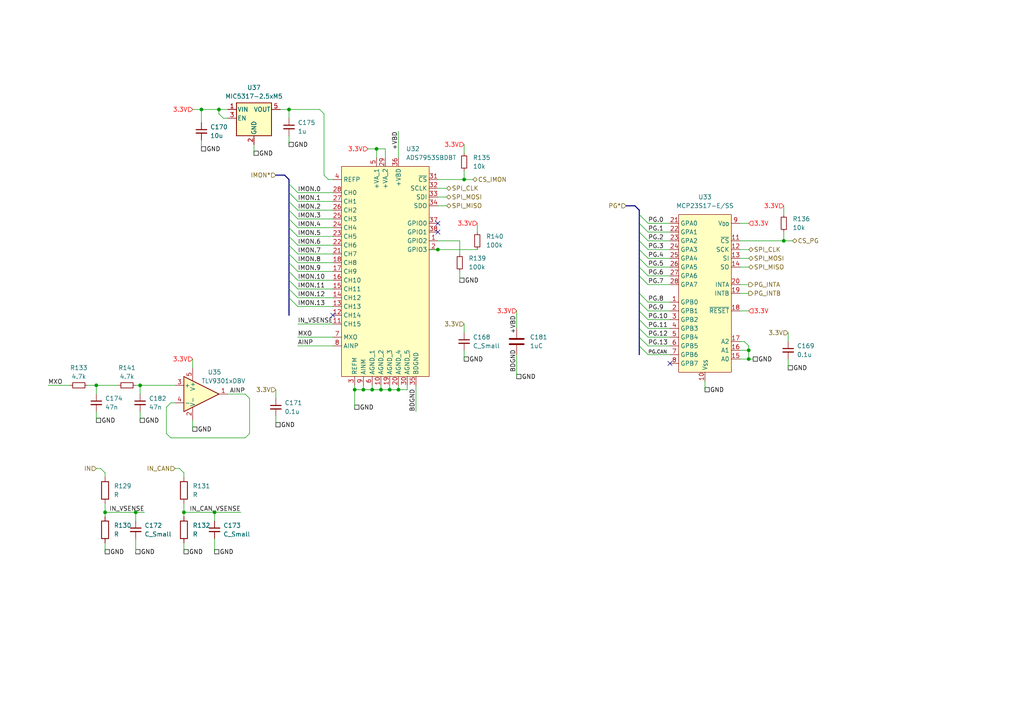
<source format=kicad_sch>
(kicad_sch (version 20231120) (generator "eeschema") (generator_version "8.0")
  (paper "A4")
  (lib_symbols
    (symbol "Amplifier_Operational:TLV9301xDBV" (pin_names (offset 0.127))
      (property "Reference" "U" (at -1.27 6.35 0))
      (property "Value" "TLV9301xDBV" (at -1.27 3.81 0))
      (symbol "TLV9301xDBV_0_1"
        (polyline (pts (xy -5.08 5.08) (xy 5.08 0) (xy -5.08 -5.08) (xy -5.08 5.08)) (stroke (width 0.254)) (fill (type background)))
        (pin power_in line (at -2.54 -7.62 90) (length 3.81) (name "V-") (number "2"))
        (pin power_in line (at -2.54 7.62 270) (length 3.81) (name "V+") (number "5"))
      )
      (symbol "TLV9301xDBV_1_1"
        (pin output line (at 7.62 0 180) (length 2.54) (name "~") (number "1"))
        (pin input line (at -7.62 2.54 0) (length 2.54) (name "+") (number "3"))
        (pin input line (at -7.62 -2.54 0) (length 2.54) (name "-") (number "4"))
      )
    )
    (symbol "Device:C" (pin_numbers hide) (pin_names (offset 0.254))
      (property "Reference" "C" (at 0.635 2.54 0))
      (property "Value" "C" (at 0.635 -2.54 0))
      (symbol "C_0_1"
        (polyline (pts (xy -2.032 -0.762) (xy 2.032 -0.762)) (stroke (width 0.508)))
        (polyline (pts (xy -2.032 0.762) (xy 2.032 0.762)) (stroke (width 0.508)))
      )
      (symbol "C_1_1"
        (pin passive line (at 0 3.81 270) (length 2.794) (name "~") (number "1"))
        (pin passive line (at 0 -3.81 90) (length 2.794) (name "~") (number "2"))
      )
    )
    (symbol "Device:C_Small" (pin_numbers hide) (pin_names (offset 0.254) hide)
      (property "Reference" "C" (at 0.254 1.778 0))
      (property "Value" "C_Small" (at 0.254 -2.032 0))
      (symbol "C_Small_0_1"
        (polyline (pts (xy -1.524 -0.508) (xy 1.524 -0.508)) (stroke (width 0.3302)))
        (polyline (pts (xy -1.524 0.508) (xy 1.524 0.508)) (stroke (width 0.3048)))
      )
      (symbol "C_Small_1_1"
        (pin passive line (at 0 2.54 270) (length 2.032) (name "~") (number "1"))
        (pin passive line (at 0 -2.54 90) (length 2.032) (name "~") (number "2"))
      )
    )
    (symbol "Device:R" (pin_numbers hide) (pin_names (offset 0))
      (property "Reference" "R" (at 2.032 0 90))
      (property "Value" "R" (at 0 0 90))
      (symbol "R_0_1"
        (rectangle (start -1.016 -2.54) (end 1.016 2.54) (stroke (width 0.254)))
      )
      (symbol "R_1_1"
        (pin passive line (at 0 3.81 270) (length 1.27) (name "~") (number "1"))
        (pin passive line (at 0 -3.81 90) (length 1.27) (name "~") (number "2"))
      )
    )
    (symbol "Device:R_Small" (pin_numbers hide) (pin_names (offset 0.254) hide)
      (property "Reference" "R" (at 0.762 0.508 0))
      (property "Value" "R_Small" (at 0.762 -1.016 0))
      (symbol "R_Small_0_1"
        (rectangle (start -0.762 1.778) (end 0.762 -1.778) (stroke (width 0.2032)))
      )
      (symbol "R_Small_1_1"
        (pin passive line (at 0 2.54 270) (length 0.762) (name "~") (number "1"))
        (pin passive line (at 0 -2.54 90) (length 0.762) (name "~") (number "2"))
      )
    )
    (symbol "PowerDistributionUnitLib:ADS7953SBDBT"
      (property "Reference" "U" (at -11.43 31.496 0))
      (property "Value" "ADS7953SBDBT" (at 12.7 31.496 0))
      (symbol "ADS7953SBDBT_1_1"
        (rectangle (start -12.7 30.48) (end 12.7 -30.48) (fill (type background)))
        (pin input line (at 15.24 8.89 180) (length 2.54) (name "GPIO2") (number "1"))
        (pin input line (at -1.27 -33.02 90) (length 2.54) (name "AGND_2") (number "10"))
        (pin input line (at -15.24 -15.24 0) (length 2.54) (name "CH15") (number "11"))
        (pin input line (at -15.24 -12.7 0) (length 2.54) (name "CH14") (number "12"))
        (pin input line (at -15.24 -10.16 0) (length 2.54) (name "CH13") (number "13"))
        (pin input line (at -15.24 -7.62 0) (length 2.54) (name "CH12") (number "14"))
        (pin input line (at -15.24 -5.08 0) (length 2.54) (name "CH11") (number "15"))
        (pin input line (at -15.24 -2.54 0) (length 2.54) (name "CH10") (number "16"))
        (pin input line (at -15.24 0 0) (length 2.54) (name "CH9") (number "17"))
        (pin input line (at -15.24 2.54 0) (length 2.54) (name "CH8") (number "18"))
        (pin input line (at 1.27 -33.02 90) (length 2.54) (name "AGND_3") (number "19"))
        (pin input line (at 15.24 6.35 180) (length 2.54) (name "GPIO3") (number "2"))
        (pin input line (at 3.81 -33.02 90) (length 2.54) (name "AGND_4") (number "20"))
        (pin input line (at -15.24 5.08 0) (length 2.54) (name "CH7") (number "21"))
        (pin input line (at -15.24 7.62 0) (length 2.54) (name "CH6") (number "22"))
        (pin input line (at -15.24 10.16 0) (length 2.54) (name "CH5") (number "23"))
        (pin input line (at -15.24 12.7 0) (length 2.54) (name "CH4") (number "24"))
        (pin input line (at -15.24 15.24 0) (length 2.54) (name "CH3") (number "25"))
        (pin input line (at -15.24 17.78 0) (length 2.54) (name "CH2") (number "26"))
        (pin input line (at -15.24 20.32 0) (length 2.54) (name "CH1") (number "27"))
        (pin input line (at -15.24 22.86 0) (length 2.54) (name "CH0") (number "28"))
        (pin input line (at 0 33.02 270) (length 2.54) (name "+VA_2") (number "29"))
        (pin input line (at -8.89 -33.02 90) (length 2.54) (name "REFM") (number "3"))
        (pin input line (at 6.35 -33.02 90) (length 2.54) (name "AGND_5") (number "30"))
        (pin input line (at 15.24 26.67 180) (length 2.54) (name "~{CS}") (number "31"))
        (pin input line (at 15.24 24.13 180) (length 2.54) (name "SCLK") (number "32"))
        (pin input line (at 15.24 21.59 180) (length 2.54) (name "SDI") (number "33"))
        (pin input line (at 15.24 19.05 180) (length 2.54) (name "SDO") (number "34"))
        (pin input line (at 8.89 -33.02 90) (length 2.54) (name "BDGND") (number "35"))
        (pin input line (at 3.81 33.02 270) (length 2.54) (name "+VBD") (number "36"))
        (pin input line (at 15.24 13.97 180) (length 2.54) (name "GPIO0") (number "37"))
        (pin input line (at 15.24 11.43 180) (length 2.54) (name "GPIO1") (number "38"))
        (pin input line (at -15.24 26.67 0) (length 2.54) (name "REFP") (number "4"))
        (pin input line (at -2.54 33.02 270) (length 2.54) (name "+VA_1") (number "5"))
        (pin input line (at -3.81 -33.02 90) (length 2.54) (name "AGND_1") (number "6"))
        (pin input line (at -15.24 -19.05 0) (length 2.54) (name "MXO") (number "7"))
        (pin input line (at -15.24 -21.59 0) (length 2.54) (name "AINP") (number "8"))
        (pin input line (at -6.35 -33.02 90) (length 2.54) (name "AINM") (number "9"))
      )
    )
    (symbol "PowerDistributionUnitLib:MCP23S17-E/SS"
      (property "Reference" "U" (at -7.112 23.876 0))
      (property "Value" "MCP23S17-E/SS" (at 4.572 23.876 0))
      (symbol "MCP23S17-E/SS_1_1"
        (rectangle (start -7.62 22.86) (end 7.62 -22.86) (fill (type background)))
        (pin input line (at 10.16 -2.54 180) (length 2.54) (name "GPB0") (number "1"))
        (pin input line (at 0 -25.4 90) (length 2.54) (name "V_{SS}") (number "10"))
        (pin input line (at -10.16 15.24 0) (length 2.54) (name "~{CS}") (number "11"))
        (pin input line (at -10.16 12.7 0) (length 2.54) (name "SCK") (number "12"))
        (pin input line (at -10.16 10.16 0) (length 2.54) (name "SI") (number "13"))
        (pin input line (at -10.16 7.62 0) (length 2.54) (name "SO") (number "14"))
        (pin input line (at -10.16 -19.05 0) (length 2.54) (name "A0") (number "15"))
        (pin input line (at -10.16 -16.51 0) (length 2.54) (name "A1") (number "16"))
        (pin input line (at -10.16 -13.97 0) (length 2.54) (name "A2") (number "17"))
        (pin input line (at -10.16 -5.08 0) (length 2.54) (name "~{RESET}") (number "18"))
        (pin input line (at -10.16 0 0) (length 2.54) (name "INTB") (number "19"))
        (pin input line (at 10.16 -5.08 180) (length 2.54) (name "GPB1") (number "2"))
        (pin input line (at -10.16 2.54 0) (length 2.54) (name "INTA") (number "20"))
        (pin input line (at 10.16 20.32 180) (length 2.54) (name "GPA0") (number "21"))
        (pin input line (at 10.16 17.78 180) (length 2.54) (name "GPA1") (number "22"))
        (pin input line (at 10.16 15.24 180) (length 2.54) (name "GPA2") (number "23"))
        (pin input line (at 10.16 12.7 180) (length 2.54) (name "GPA3") (number "24"))
        (pin input line (at 10.16 10.16 180) (length 2.54) (name "GPA4") (number "25"))
        (pin input line (at 10.16 7.62 180) (length 2.54) (name "GPA5") (number "26"))
        (pin input line (at 10.16 5.08 180) (length 2.54) (name "GPA6") (number "27"))
        (pin input line (at 10.16 2.54 180) (length 2.54) (name "GPA7") (number "28"))
        (pin input line (at 10.16 -7.62 180) (length 2.54) (name "GPB2") (number "3"))
        (pin input line (at 10.16 -10.16 180) (length 2.54) (name "GPB3") (number "4"))
        (pin input line (at 10.16 -12.7 180) (length 2.54) (name "GPB4") (number "5"))
        (pin input line (at 10.16 -15.24 180) (length 2.54) (name "GPB5") (number "6"))
        (pin input line (at 10.16 -17.78 180) (length 2.54) (name "GPB6") (number "7"))
        (pin input line (at 10.16 -20.32 180) (length 2.54) (name "GPB7") (number "8"))
        (pin input line (at -10.16 20.32 0) (length 2.54) (name "V_{DD}") (number "9"))
      )
    )
    (symbol "Regulator_Linear:MIC5317-2.5xM5" (pin_names (offset 0.254))
      (property "Reference" "U" (at -6.35 6.35 0))
      (property "Value" "MIC5317-2.5xM5" (at 0 6.35 0))
      (symbol "MIC5317-2.5xM5_0_1"
        (rectangle (start -5.08 4.445) (end 5.08 -5.08) (stroke (width 0.254)) (fill (type background)))
      )
      (symbol "MIC5317-2.5xM5_1_1"
        (pin power_in line (at -7.62 2.54 0) (length 2.54) (name "VIN") (number "1"))
        (pin power_in line (at 0 -7.62 90) (length 2.54) (name "GND") (number "2"))
        (pin input line (at -7.62 0 0) (length 2.54) (name "EN") (number "3"))
        (pin no_connect line (at 5.08 0 180) (length 2.54) hide (name "NC") (number "4"))
        (pin power_out line (at 7.62 2.54 180) (length 2.54) (name "VOUT") (number "5"))
      )
    )
  )
  (junction (at 40.64 111.76))
  (junction (at 39.37 148.59))
  (junction (at 63.5 31.75))
  (junction (at 62.23 148.59))
  (junction (at 217.17 101.6))
  (junction (at 83.82 31.75))
  (junction (at 134.62 52.07))
  (junction (at 217.17 104.14))
  (junction (at 109.22 43.18))
  (junction (at 127 72.39))
  (junction (at 53.34 148.59))
  (junction (at 58.42 31.75))
  (junction (at 115.57 113.03))
  (junction (at 107.95 113.03))
  (junction (at 27.94 111.76))
  (junction (at 105.41 113.03))
  (junction (at 102.87 113.03))
  (junction (at 227.33 69.85))
  (junction (at 110.49 113.03))
  (junction (at 113.03 113.03))
  (junction (at 30.48 148.59))
  (no_connect (at 127 64.77))
  (no_connect (at 96.52 91.44))
  (no_connect (at 127 67.31))
  (no_connect (at 194.31 105.41))
  (bus_entry (at 185.42 97.79) (size 2.54 2.54))
  (bus_entry (at 185.42 92.71) (size 2.54 2.54))
  (bus_entry (at 83.82 60.96) (size 2.54 2.54))
  (bus_entry (at 185.42 80.01) (size 2.54 2.54))
  (bus_entry (at 83.82 63.5) (size 2.54 2.54))
  (bus_entry (at 185.42 100.33) (size 2.54 2.54))
  (bus_entry (at 185.42 62.23) (size 2.54 2.54))
  (bus_entry (at 83.82 86.36) (size 2.54 2.54))
  (bus_entry (at 185.42 67.31) (size 2.54 2.54))
  (bus_entry (at 83.82 83.82) (size 2.54 2.54))
  (bus_entry (at 185.42 64.77) (size 2.54 2.54))
  (bus_entry (at 185.42 90.17) (size 2.54 2.54))
  (bus_entry (at 83.82 53.34) (size 2.54 2.54))
  (bus_entry (at 83.82 73.66) (size 2.54 2.54))
  (bus_entry (at 83.82 66.04) (size 2.54 2.54))
  (bus_entry (at 83.82 68.58) (size 2.54 2.54))
  (bus_entry (at 185.42 77.47) (size 2.54 2.54))
  (bus_entry (at 83.82 76.2) (size 2.54 2.54))
  (bus_entry (at 185.42 95.25) (size 2.54 2.54))
  (bus_entry (at 83.82 55.88) (size 2.54 2.54))
  (bus_entry (at 185.42 87.63) (size 2.54 2.54))
  (bus_entry (at 83.82 58.42) (size 2.54 2.54))
  (bus_entry (at 185.42 72.39) (size 2.54 2.54))
  (bus_entry (at 185.42 69.85) (size 2.54 2.54))
  (bus_entry (at 185.42 74.93) (size 2.54 2.54))
  (bus_entry (at 185.42 85.09) (size 2.54 2.54))
  (bus_entry (at 83.82 71.12) (size 2.54 2.54))
  (bus_entry (at 83.82 81.28) (size 2.54 2.54))
  (bus_entry (at 83.82 78.74) (size 2.54 2.54))
  (wire (pts (xy 71.12 114.3) (xy 72.39 115.57)))
  (wire (pts (xy 83.82 31.75) (xy 92.71 31.75)))
  (wire (pts (xy 214.63 64.77) (xy 217.17 64.77)))
  (wire (pts (xy 134.62 93.98) (xy 134.62 96.52)))
  (bus (pts (xy 185.42 90.17) (xy 185.42 92.71)))
  (wire (pts (xy 25.4 111.76) (xy 27.94 111.76)))
  (wire (pts (xy 50.8 135.89) (xy 52.07 135.89)))
  (wire (pts (xy 63.5 31.75) (xy 66.04 31.75)))
  (bus (pts (xy 185.42 67.31) (xy 185.42 69.85)))
  (wire (pts (xy 86.36 81.28) (xy 96.52 81.28)))
  (wire (pts (xy 194.31 67.31) (xy 187.96 67.31)))
  (wire (pts (xy 58.42 40.64) (xy 58.42 43.18)))
  (wire (pts (xy 53.34 148.59) (xy 62.23 148.59)))
  (wire (pts (xy 55.88 104.14) (xy 55.88 106.68)))
  (wire (pts (xy 109.22 45.72) (xy 109.22 43.18)))
  (wire (pts (xy 194.31 90.17) (xy 187.96 90.17)))
  (bus (pts (xy 185.42 60.96) (xy 185.42 62.23)))
  (wire (pts (xy 214.63 72.39) (xy 217.17 72.39)))
  (wire (pts (xy 66.04 114.3) (xy 71.12 114.3)))
  (wire (pts (xy 73.66 44.45) (xy 73.66 41.91)))
  (wire (pts (xy 13.97 111.76) (xy 20.32 111.76)))
  (wire (pts (xy 71.12 127) (xy 72.39 125.73)))
  (wire (pts (xy 80.01 113.03) (xy 80.01 115.57)))
  (wire (pts (xy 217.17 101.6) (xy 217.17 104.14)))
  (wire (pts (xy 214.63 74.93) (xy 217.17 74.93)))
  (wire (pts (xy 133.35 78.74) (xy 133.35 81.28)))
  (wire (pts (xy 194.31 97.79) (xy 187.96 97.79)))
  (wire (pts (xy 95.25 52.07) (xy 96.52 52.07)))
  (wire (pts (xy 53.34 137.16) (xy 53.34 138.43)))
  (wire (pts (xy 102.87 113.03) (xy 102.87 118.11)))
  (wire (pts (xy 124.46 72.39) (xy 127 72.39)))
  (wire (pts (xy 194.31 72.39) (xy 187.96 72.39)))
  (wire (pts (xy 127 57.15) (xy 129.54 57.15)))
  (bus (pts (xy 83.82 71.12) (xy 83.82 73.66)))
  (wire (pts (xy 115.57 113.03) (xy 118.11 113.03)))
  (wire (pts (xy 80.01 120.65) (xy 80.01 123.19)))
  (wire (pts (xy 86.36 71.12) (xy 96.52 71.12)))
  (wire (pts (xy 27.94 135.89) (xy 29.21 135.89)))
  (bus (pts (xy 83.82 76.2) (xy 83.82 78.74)))
  (bus (pts (xy 82.55 50.8) (xy 83.82 52.07)))
  (wire (pts (xy 95.25 52.07) (xy 93.98 50.8)))
  (wire (pts (xy 86.36 58.42) (xy 96.52 58.42)))
  (bus (pts (xy 83.82 55.88) (xy 83.82 58.42)))
  (bus (pts (xy 83.82 63.5) (xy 83.82 66.04)))
  (wire (pts (xy 55.88 124.46) (xy 55.88 121.92)))
  (wire (pts (xy 107.95 111.76) (xy 107.95 113.03)))
  (wire (pts (xy 217.17 104.14) (xy 218.44 104.14)))
  (wire (pts (xy 194.31 77.47) (xy 187.96 77.47)))
  (wire (pts (xy 134.62 101.6) (xy 134.62 104.14)))
  (wire (pts (xy 194.31 74.93) (xy 187.96 74.93)))
  (wire (pts (xy 110.49 113.03) (xy 113.03 113.03)))
  (wire (pts (xy 120.65 119.38) (xy 120.65 111.76)))
  (wire (pts (xy 204.47 110.49) (xy 204.47 113.03)))
  (bus (pts (xy 185.42 69.85) (xy 185.42 72.39)))
  (wire (pts (xy 86.36 100.33) (xy 96.52 100.33)))
  (wire (pts (xy 86.36 78.74) (xy 96.52 78.74)))
  (wire (pts (xy 83.82 39.37) (xy 83.82 41.91)))
  (bus (pts (xy 185.42 62.23) (xy 185.42 64.77)))
  (wire (pts (xy 113.03 111.76) (xy 113.03 113.03)))
  (bus (pts (xy 185.42 85.09) (xy 185.42 87.63)))
  (wire (pts (xy 109.22 43.18) (xy 111.76 43.18)))
  (wire (pts (xy 48.26 125.73) (xy 49.53 127)))
  (wire (pts (xy 194.31 102.87) (xy 187.96 102.87)))
  (wire (pts (xy 115.57 38.1) (xy 115.57 45.72)))
  (wire (pts (xy 127 52.07) (xy 134.62 52.07)))
  (wire (pts (xy 187.96 64.77) (xy 194.31 64.77)))
  (wire (pts (xy 39.37 156.21) (xy 39.37 160.02)))
  (wire (pts (xy 30.48 148.59) (xy 39.37 148.59)))
  (bus (pts (xy 185.42 95.25) (xy 185.42 97.79)))
  (bus (pts (xy 83.82 58.42) (xy 83.82 60.96)))
  (wire (pts (xy 127 54.61) (xy 129.54 54.61)))
  (wire (pts (xy 52.07 135.89) (xy 53.34 137.16)))
  (wire (pts (xy 53.34 157.48) (xy 53.34 160.02)))
  (wire (pts (xy 215.9 99.06) (xy 217.17 100.33)))
  (wire (pts (xy 30.48 157.48) (xy 30.48 160.02)))
  (wire (pts (xy 27.94 111.76) (xy 27.94 114.3)))
  (wire (pts (xy 214.63 69.85) (xy 227.33 69.85)))
  (wire (pts (xy 83.82 31.75) (xy 83.82 34.29)))
  (wire (pts (xy 214.63 82.55) (xy 217.17 82.55)))
  (wire (pts (xy 62.23 156.21) (xy 62.23 160.02)))
  (wire (pts (xy 110.49 111.76) (xy 110.49 113.03)))
  (wire (pts (xy 39.37 148.59) (xy 41.91 148.59)))
  (wire (pts (xy 53.34 146.05) (xy 53.34 148.59)))
  (wire (pts (xy 39.37 111.76) (xy 40.64 111.76)))
  (wire (pts (xy 134.62 41.91) (xy 134.62 44.45)))
  (wire (pts (xy 39.37 148.59) (xy 39.37 151.13)))
  (wire (pts (xy 40.64 111.76) (xy 40.64 114.3)))
  (wire (pts (xy 62.23 148.59) (xy 62.23 151.13)))
  (bus (pts (xy 80.01 50.8) (xy 82.55 50.8)))
  (bus (pts (xy 185.42 74.93) (xy 185.42 77.47)))
  (wire (pts (xy 194.31 69.85) (xy 187.96 69.85)))
  (wire (pts (xy 86.36 73.66) (xy 96.52 73.66)))
  (wire (pts (xy 30.48 146.05) (xy 30.48 148.59)))
  (wire (pts (xy 86.36 68.58) (xy 96.52 68.58)))
  (wire (pts (xy 49.53 116.84) (xy 50.8 116.84)))
  (wire (pts (xy 102.87 113.03) (xy 105.41 113.03)))
  (wire (pts (xy 107.95 113.03) (xy 110.49 113.03)))
  (wire (pts (xy 63.5 31.75) (xy 63.5 33.02)))
  (bus (pts (xy 185.42 92.71) (xy 185.42 95.25)))
  (wire (pts (xy 194.31 80.01) (xy 187.96 80.01)))
  (bus (pts (xy 83.82 53.34) (xy 83.82 55.88)))
  (wire (pts (xy 214.63 90.17) (xy 217.17 90.17)))
  (wire (pts (xy 118.11 111.76) (xy 118.11 113.03)))
  (bus (pts (xy 83.82 78.74) (xy 83.82 81.28)))
  (wire (pts (xy 133.35 69.85) (xy 133.35 73.66)))
  (wire (pts (xy 30.48 137.16) (xy 30.48 138.43)))
  (wire (pts (xy 194.31 82.55) (xy 187.96 82.55)))
  (wire (pts (xy 113.03 113.03) (xy 115.57 113.03)))
  (wire (pts (xy 194.31 92.71) (xy 187.96 92.71)))
  (wire (pts (xy 194.31 95.25) (xy 187.96 95.25)))
  (wire (pts (xy 228.6 104.14) (xy 228.6 106.68)))
  (wire (pts (xy 227.33 69.85) (xy 229.87 69.85)))
  (wire (pts (xy 93.98 33.02) (xy 92.71 31.75)))
  (bus (pts (xy 83.82 60.96) (xy 83.82 63.5)))
  (wire (pts (xy 30.48 148.59) (xy 30.48 149.86)))
  (wire (pts (xy 127 59.69) (xy 129.54 59.69)))
  (wire (pts (xy 194.31 100.33) (xy 187.96 100.33)))
  (wire (pts (xy 214.63 77.47) (xy 217.17 77.47)))
  (wire (pts (xy 27.94 111.76) (xy 34.29 111.76)))
  (wire (pts (xy 214.63 85.09) (xy 217.17 85.09)))
  (wire (pts (xy 86.36 88.9) (xy 96.52 88.9)))
  (wire (pts (xy 227.33 59.69) (xy 227.33 62.23)))
  (bus (pts (xy 83.82 66.04) (xy 83.82 68.58)))
  (wire (pts (xy 149.86 90.17) (xy 149.86 95.25)))
  (bus (pts (xy 83.82 86.36) (xy 83.82 91.44)))
  (wire (pts (xy 227.33 67.31) (xy 227.33 69.85)))
  (bus (pts (xy 185.42 100.33) (xy 185.42 102.87)))
  (wire (pts (xy 214.63 99.06) (xy 215.9 99.06)))
  (wire (pts (xy 86.36 86.36) (xy 96.52 86.36)))
  (wire (pts (xy 53.34 148.59) (xy 53.34 149.86)))
  (wire (pts (xy 217.17 100.33) (xy 217.17 101.6)))
  (bus (pts (xy 83.82 52.07) (xy 83.82 53.34)))
  (wire (pts (xy 134.62 52.07) (xy 137.16 52.07)))
  (wire (pts (xy 72.39 115.57) (xy 72.39 125.73)))
  (wire (pts (xy 102.87 111.76) (xy 102.87 113.03)))
  (wire (pts (xy 86.36 66.04) (xy 96.52 66.04)))
  (wire (pts (xy 40.64 111.76) (xy 50.8 111.76)))
  (wire (pts (xy 86.36 93.98) (xy 96.52 93.98)))
  (wire (pts (xy 214.63 101.6) (xy 217.17 101.6)))
  (bus (pts (xy 185.42 77.47) (xy 185.42 80.01)))
  (bus (pts (xy 185.42 80.01) (xy 185.42 85.09)))
  (wire (pts (xy 86.36 60.96) (xy 96.52 60.96)))
  (wire (pts (xy 86.36 97.79) (xy 96.52 97.79)))
  (wire (pts (xy 127 69.85) (xy 133.35 69.85)))
  (wire (pts (xy 127 72.39) (xy 138.43 72.39)))
  (wire (pts (xy 62.23 148.59) (xy 69.85 148.59)))
  (bus (pts (xy 185.42 97.79) (xy 185.42 100.33)))
  (wire (pts (xy 86.36 63.5) (xy 96.52 63.5)))
  (wire (pts (xy 115.57 111.76) (xy 115.57 113.03)))
  (wire (pts (xy 49.53 116.84) (xy 48.26 118.11)))
  (wire (pts (xy 149.86 102.87) (xy 149.86 109.22)))
  (bus (pts (xy 185.42 64.77) (xy 185.42 67.31)))
  (wire (pts (xy 40.64 121.92) (xy 40.64 119.38)))
  (bus (pts (xy 184.15 59.69) (xy 185.42 60.96)))
  (wire (pts (xy 86.36 83.82) (xy 96.52 83.82)))
  (wire (pts (xy 64.77 34.29) (xy 63.5 33.02)))
  (wire (pts (xy 64.77 34.29) (xy 66.04 34.29)))
  (bus (pts (xy 181.61 59.69) (xy 184.15 59.69)))
  (wire (pts (xy 105.41 111.76) (xy 105.41 113.03)))
  (bus (pts (xy 83.82 83.82) (xy 83.82 86.36)))
  (bus (pts (xy 83.82 73.66) (xy 83.82 76.2)))
  (wire (pts (xy 29.21 135.89) (xy 30.48 137.16)))
  (wire (pts (xy 106.68 43.18) (xy 109.22 43.18)))
  (wire (pts (xy 138.43 64.77) (xy 138.43 67.31)))
  (bus (pts (xy 185.42 87.63) (xy 185.42 90.17)))
  (wire (pts (xy 49.53 127) (xy 71.12 127)))
  (bus (pts (xy 83.82 81.28) (xy 83.82 83.82)))
  (wire (pts (xy 58.42 31.75) (xy 58.42 35.56)))
  (wire (pts (xy 111.76 43.18) (xy 111.76 45.72)))
  (wire (pts (xy 93.98 50.8) (xy 93.98 33.02)))
  (wire (pts (xy 48.26 118.11) (xy 48.26 125.73)))
  (bus (pts (xy 185.42 72.39) (xy 185.42 74.93)))
  (wire (pts (xy 134.62 49.53) (xy 134.62 52.07)))
  (wire (pts (xy 214.63 104.14) (xy 217.17 104.14)))
  (wire (pts (xy 58.42 31.75) (xy 63.5 31.75)))
  (wire (pts (xy 27.94 121.92) (xy 27.94 119.38)))
  (wire (pts (xy 105.41 113.03) (xy 107.95 113.03)))
  (wire (pts (xy 86.36 76.2) (xy 96.52 76.2)))
  (wire (pts (xy 86.36 55.88) (xy 96.52 55.88)))
  (wire (pts (xy 228.6 96.52) (xy 228.6 99.06)))
  (wire (pts (xy 81.28 31.75) (xy 83.82 31.75)))
  (wire (pts (xy 55.88 31.75) (xy 58.42 31.75)))
  (bus (pts (xy 83.82 68.58) (xy 83.82 71.12)))
  (wire (pts (xy 194.31 87.63) (xy 187.96 87.63)))
  (label "MXO" (at 13.97 111.76 0))
  (label "PG.3" (at 187.96 72.39 0))
  (label "MXO" (at 86.36 97.79 0))
  (label "AINP" (at 71.12 114.3 180))
  (label "IMON.5" (at 86.36 68.58 0))
  (label "PG.5" (at 187.96 77.47 0))
  (label "IMON.6" (at 86.36 71.12 0))
  (label "+VBD" (at 149.86 91.44 270))
  (label "+VBD" (at 115.57 38.1 270))
  (label "PG.12" (at 187.96 97.79 0))
  (label "IMON.8" (at 86.36 76.2 0))
  (label "PG.10" (at 187.96 92.71 0))
  (label "IMON.2" (at 86.36 60.96 0))
  (label "IMON.1" (at 86.36 58.42 0))
  (label "IMON.4" (at 86.36 66.04 0))
  (label "PG.4" (at 187.96 74.93 0))
  (label "PG.6" (at 187.96 80.01 0))
  (label "PG.2" (at 187.96 69.85 0))
  (label "PG.0" (at 187.96 64.77 0))
  (label "PG.7" (at 187.96 82.55 0))
  (label "PG.CAN" (at 187.96 102.87 0) (effects (font (size 1 1))))
  (label "IMON.11" (at 86.36 83.82 0))
  (label "IMON.9" (at 86.36 78.74 0))
  (label "PG.8" (at 187.96 87.63 0))
  (label "PG.1" (at 187.96 67.31 0))
  (label "IMON.13" (at 86.36 88.9 0))
  (label "BDGND" (at 120.65 119.38 90))
  (label "PG.11" (at 187.96 95.25 0))
  (label "BDGND" (at 149.86 107.95 90))
  (label "IMON.0" (at 86.36 55.88 0))
  (label "IN_VSENSE" (at 41.91 148.59 180))
  (label "PG.13" (at 187.96 100.33 0))
  (label "IMON.12" (at 86.36 86.36 0))
  (label "IMON.7" (at 86.36 73.66 0))
  (label "IMON.3" (at 86.36 63.5 0))
  (label "PG.9" (at 187.96 90.17 0))
  (label "IMON.10" (at 86.36 81.28 0))
  (label "IN_VSENSE" (at 86.36 93.98 0))
  (label "AINP" (at 86.36 100.33 0))
  (label "IN_CAN_VSENSE" (at 69.85 148.59 180))
  (hierarchical_label "3.3V" (shape input) (at 149.86 90.17 180))
  (hierarchical_label "SPI_MOSI" (shape bidirectional) (at 217.17 74.93 0))
  (hierarchical_label "IN" (shape input) (at 27.94 135.89 180))
  (hierarchical_label "GND" (shape passive) (at 149.86 109.22 0))
  (hierarchical_label "SPI_MISO" (shape bidirectional) (at 129.54 59.69 0))
  (hierarchical_label "3.3V" (shape input) (at 138.43 64.77 180))
  (hierarchical_label "GND" (shape passive) (at 133.35 81.28 0))
  (hierarchical_label "CS_IMON" (shape bidirectional) (at 137.16 52.07 0))
  (hierarchical_label "GND" (shape passive) (at 27.94 121.92 0))
  (hierarchical_label "PG*" (shape input) (at 181.61 59.69 180))
  (hierarchical_label "SPI_MISO" (shape bidirectional) (at 217.17 77.47 0))
  (hierarchical_label "GND" (shape passive) (at 218.44 104.14 0))
  (hierarchical_label "GND" (shape passive) (at 134.62 104.14 0))
  (hierarchical_label "3.3V" (shape input) (at 217.17 90.17 0))
  (hierarchical_label "3.3V" (shape input) (at 228.6 96.52 180))
  (hierarchical_label "3.3V" (shape input) (at 134.62 41.91 180))
  (hierarchical_label "3.3V" (shape input) (at 227.33 59.69 180))
  (hierarchical_label "GND" (shape passive) (at 83.82 41.91 0))
  (hierarchical_label "GND" (shape passive) (at 80.01 123.19 0))
  (hierarchical_label "3.3V" (shape input) (at 55.88 31.75 180))
  (hierarchical_label "SPI_CLK" (shape bidirectional) (at 217.17 72.39 0))
  (hierarchical_label "GND" (shape passive) (at 39.37 160.02 0))
  (hierarchical_label "GND" (shape passive) (at 73.66 44.45 0))
  (hierarchical_label "PG_INTA" (shape output) (at 217.17 82.55 0))
  (hierarchical_label "3.3V" (shape input) (at 217.17 64.77 0))
  (hierarchical_label "SPI_MOSI" (shape bidirectional) (at 129.54 57.15 0))
  (hierarchical_label "PG_INTB" (shape output) (at 217.17 85.09 0))
  (hierarchical_label "GND" (shape passive) (at 53.34 160.02 0))
  (hierarchical_label "GND" (shape passive) (at 30.48 160.02 0))
  (hierarchical_label "3.3V" (shape input) (at 80.01 113.03 180))
  (hierarchical_label "GND" (shape passive) (at 55.88 124.46 0))
  (hierarchical_label "3.3V" (shape input) (at 134.62 93.98 180))
  (hierarchical_label "GND" (shape passive) (at 204.47 113.03 0))
  (hierarchical_label "3.3V" (shape input) (at 106.68 43.18 180))
  (hierarchical_label "CS_PG" (shape bidirectional) (at 229.87 69.85 0))
  (hierarchical_label "3.3V" (shape input) (at 55.88 104.14 180))
  (hierarchical_label "IN_CAN" (shape input) (at 50.8 135.89 180))
  (hierarchical_label "GND" (shape passive) (at 40.64 121.92 0))
  (hierarchical_label "IMON*" (shape input) (at 80.01 50.8 180))
  (hierarchical_label "GND" (shape passive) (at 102.87 118.11 0))
  (hierarchical_label "GND" (shape passive) (at 62.23 160.02 0))
  (hierarchical_label "SPI_CLK" (shape bidirectional) (at 129.54 54.61 0))
  (hierarchical_label "GND" (shape passive) (at 228.6 106.68 0))
  (hierarchical_label "GND" (shape passive) (at 58.42 43.18 0))
  (symbol (lib_id "Device:C_Small") (at 83.82 36.83 0) (unit 1)
    (property "Reference" "C175" (at 86.36 35.5662 0) (effects (justify left)))
    (property "Value" "1u" (at 86.36 38.1062 0) (effects (justify left)))
    (property "Description" "Unpolarized capacitor, small symbol" (effects (hide yes)))
  )
  (symbol (lib_id "Device:C_Small") (at 134.62 99.06 0) (unit 1)
    (property "Reference" "C168" (at 137.16 97.7962 0) (effects (justify left)))
    (property "Value" "C_Small" (at 137.16 100.3362 0) (effects (justify left)))
    (property "Description" "Unpolarized capacitor, small symbol" (effects (hide yes)))
  )
  (symbol (lib_id "Device:C_Small") (at 228.6 101.6 0) (unit 1)
    (property "Reference" "C169" (at 231.14 100.3362 0) (effects (justify left)))
    (property "Value" "0.1u" (at 231.14 102.8762 0) (effects (justify left)))
    (property "Description" "Unpolarized capacitor, small symbol" (effects (hide yes)))
  )
  (symbol (lib_id "Device:R") (at 53.34 153.67 0) (unit 1)
    (property "Reference" "R132" (at 55.88 152.3999 0) (effects (justify left)))
    (property "Value" "R" (at 55.88 154.9399 0) (effects (justify left)))
    (property "Description" "Resistor" (effects (hide yes)))
  )
  (symbol (lib_id "Device:C") (at 149.86 99.06 0) (unit 1)
    (property "Reference" "C181" (at 153.67 97.7899 0) (effects (justify left)))
    (property "Value" "1uC" (at 153.67 100.3299 0) (effects (justify left)))
    (property "Description" "Unpolarized capacitor" (effects (hide yes)))
  )
  (symbol (lib_id "Device:R_Small") (at 227.33 64.77 0) (unit 1)
    (property "Reference" "R136" (at 229.87 63.4999 0) (effects (justify left)))
    (property "Value" "10k" (at 229.87 66.0399 0) (effects (justify left)))
    (property "Description" "Resistor, small symbol" (effects (hide yes)))
  )
  (symbol (lib_id "Device:R") (at 30.48 142.24 0) (unit 1)
    (property "Reference" "R129" (at 33.02 140.9699 0) (effects (justify left)))
    (property "Value" "R" (at 33.02 143.5099 0) (effects (justify left)))
    (property "Description" "Resistor" (effects (hide yes)))
  )
  (symbol (lib_id "Device:R") (at 53.34 142.24 0) (unit 1)
    (property "Reference" "R131" (at 55.88 140.9699 0) (effects (justify left)))
    (property "Value" "R" (at 55.88 143.5099 0) (effects (justify left)))
    (property "Description" "Resistor" (effects (hide yes)))
  )
  (symbol (lib_id "Regulator_Linear:MIC5317-2.5xM5") (at 73.66 34.29 0) (unit 1)
    (property "Reference" "U37" (at 73.66 25.4 0))
    (property "Value" "MIC5317-2.5xM5" (at 73.66 27.94 0))
    (property "Footprint" "Package_TO_SOT_SMD:SOT-23-5" (effects (hide yes)))
    (property "Datasheet" "https://ww1.microchip.com/downloads/aemDocuments/documents/OTH/ProductDocuments/DataSheets/MIC5317-High-Performance-Single-150mA-LDO-DS20006195B.pdf" (effects (hide yes)))
    (property "Description" "150mA Low-dropout Voltage Regulator, Vout 2.5V, Vin up to 6V, SOT23-5" (effects (hide yes)))
  )
  (symbol (lib_id "Device:C_Small") (at 62.23 153.67 0) (unit 1)
    (property "Reference" "C173" (at 64.77 152.4062 0) (effects (justify left)))
    (property "Value" "C_Small" (at 64.77 154.9462 0) (effects (justify left)))
    (property "Description" "Unpolarized capacitor, small symbol" (effects (hide yes)))
  )
  (symbol (lib_id "Device:C_Small") (at 39.37 153.67 0) (unit 1)
    (property "Reference" "C172" (at 41.91 152.4062 0) (effects (justify left)))
    (property "Value" "C_Small" (at 41.91 154.9462 0) (effects (justify left)))
    (property "Description" "Unpolarized capacitor, small symbol" (effects (hide yes)))
  )
  (symbol (lib_id "Device:C_Small") (at 58.42 38.1 0) (unit 1)
    (property "Reference" "C170" (at 60.96 36.8362 0) (effects (justify left)))
    (property "Value" "10u" (at 60.96 39.3762 0) (effects (justify left)))
    (property "Description" "Unpolarized capacitor, small symbol" (effects (hide yes)))
  )
  (symbol (lib_id "Device:C_Small") (at 40.64 116.84 0) (unit 1)
    (property "Reference" "C182" (at 43.18 115.5762 0) (effects (justify left)))
    (property "Value" "47n" (at 43.18 118.1162 0) (effects (justify left)))
    (property "Description" "Unpolarized capacitor, small symbol" (effects (hide yes)))
  )
  (symbol (lib_id "Device:R_Small") (at 133.35 76.2 0) (unit 1)
    (property "Reference" "R139" (at 135.89 74.9299 0) (effects (justify left)))
    (property "Value" "100k" (at 135.89 77.4699 0) (effects (justify left)))
    (property "Description" "Resistor, small symbol" (effects (hide yes)))
  )
  (symbol (lib_id "PowerDistributionUnitLib:ADS7953SBDBT") (at 111.76 78.74 0) (unit 1)
    (property "Reference" "U32" (at 117.7641 43.18 0) (effects (justify left)))
    (property "Value" "ADS7953SBDBT" (at 117.7641 45.72 0) (effects (justify left)))
    (property "Footprint" "Package_SO:TSSOP-38_4.4x9.7mm_P0.5mm" (effects (hide yes)))
    (property "Datasheet" "https://www.ti.com/lit/ds/symlink/ads7953.pdf?ts=1728750498573&ref_url=https%253A%252F%252Fwww.ti.com%252Fproduct%252FADS7953%252Fpart-details%252FADS7953SBDBT" (effects (hide yes)))
  )
  (symbol (lib_id "Device:R_Small") (at 138.43 69.85 0) (unit 1)
    (property "Reference" "R140" (at 140.97 68.5799 0) (effects (justify left)))
    (property "Value" "100k" (at 140.97 71.1199 0) (effects (justify left)))
    (property "Description" "Resistor, small symbol" (effects (hide yes)))
  )
  (symbol (lib_id "PowerDistributionUnitLib:MCP23S17-E/SS") (at 204.47 85.09 0) (mirror y) (unit 1)
    (property "Reference" "U33" (at 204.47 57.15 0))
    (property "Value" "MCP23S17-E/SS" (at 204.47 59.69 0))
    (property "Footprint" "Package_SO:SSOP-28_5.3x10.2mm_P0.65mm" (effects (hide yes)))
    (property "Datasheet" "${KIPRJMOD}/lib/docs/MCP23017-Data-Sheet-DS20001952-1.pdf" (effects (hide yes)))
  )
  (symbol (lib_id "Device:R_Small") (at 36.83 111.76 90) (unit 1)
    (property "Reference" "R141" (at 36.83 106.68 90))
    (property "Value" "4.7k" (at 36.83 109.22 90))
    (property "Description" "Resistor, small symbol" (effects (hide yes)))
  )
  (symbol (lib_id "Device:C_Small") (at 27.94 116.84 0) (unit 1)
    (property "Reference" "C174" (at 30.48 115.5762 0) (effects (justify left)))
    (property "Value" "47n" (at 30.48 118.1162 0) (effects (justify left)))
    (property "Description" "Unpolarized capacitor, small symbol" (effects (hide yes)))
  )
  (symbol (lib_id "Device:R_Small") (at 22.86 111.76 90) (unit 1)
    (property "Reference" "R133" (at 22.86 106.68 90))
    (property "Value" "4.7k" (at 22.86 109.22 90))
    (property "Description" "Resistor, small symbol" (effects (hide yes)))
  )
  (symbol (lib_id "Device:C_Small") (at 80.01 118.11 0) (unit 1)
    (property "Reference" "C171" (at 82.55 116.8462 0) (effects (justify left)))
    (property "Value" "0.1u" (at 82.55 119.3862 0) (effects (justify left)))
    (property "Description" "Unpolarized capacitor, small symbol" (effects (hide yes)))
  )
  (symbol (lib_id "Device:R") (at 30.48 153.67 0) (unit 1)
    (property "Reference" "R130" (at 33.02 152.3999 0) (effects (justify left)))
    (property "Value" "R" (at 33.02 154.9399 0) (effects (justify left)))
    (property "Description" "Resistor" (effects (hide yes)))
  )
  (symbol (lib_id "Device:R_Small") (at 134.62 46.99 0) (unit 1)
    (property "Reference" "R135" (at 137.16 45.7199 0) (effects (justify left)))
    (property "Value" "10k" (at 137.16 48.2599 0) (effects (justify left)))
    (property "Description" "Resistor, small symbol" (effects (hide yes)))
  )
  (symbol (lib_id "Amplifier_Operational:TLV9301xDBV") (at 58.42 114.3 0) (unit 1)
    (property "Reference" "U35" (at 62.23 107.95 0))
    (property "Value" "TLV9301xDBV" (at 58.42 110.49 0) (effects (justify left)))
    (property "Footprint" "Package_TO_SOT_SMD:SOT-23-5" (effects (hide yes)))
    (property "Datasheet" "https://www.ti.com/lit/ds/symlink/tlv9301.pdf" (effects (hide yes)))
    (property "Description" "40-V, 1-MHz, RRO Operational Amplifiers for Cost-Sensitive Systems, SOT-23-5" (effects (hide yes)))
  )
)
</source>
